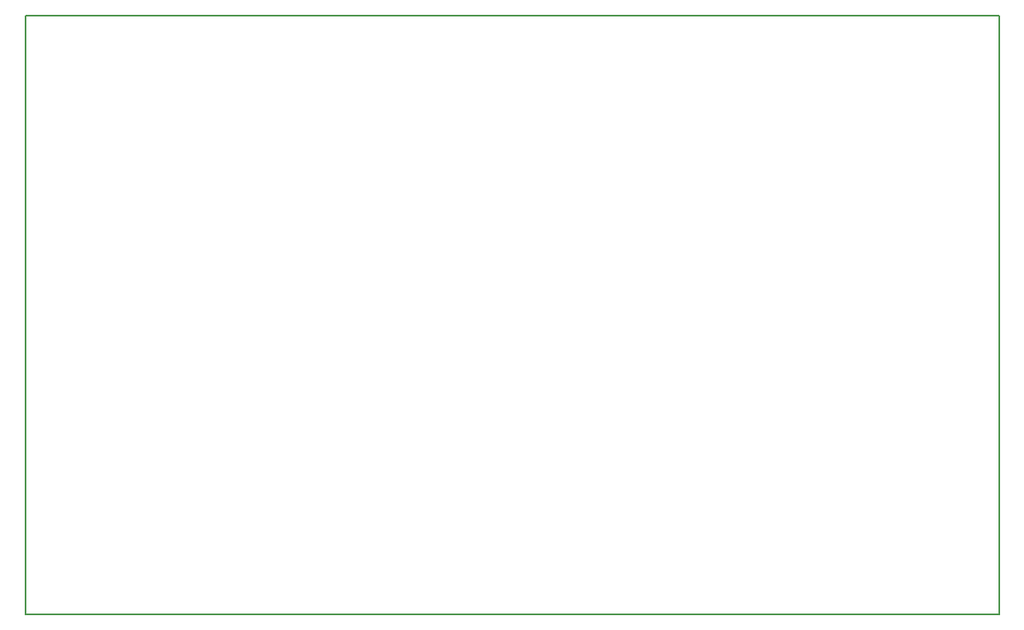
<source format=gbr>
G04 #@! TF.GenerationSoftware,KiCad,Pcbnew,(5.0.1-3-g963ef8bb5)*
G04 #@! TF.CreationDate,2019-01-22T14:46:53-08:00*
G04 #@! TF.ProjectId,inverter,696E7665727465722E6B696361645F70,rev?*
G04 #@! TF.SameCoordinates,Original*
G04 #@! TF.FileFunction,Profile,NP*
%FSLAX46Y46*%
G04 Gerber Fmt 4.6, Leading zero omitted, Abs format (unit mm)*
G04 Created by KiCad (PCBNEW (5.0.1-3-g963ef8bb5)) date Tuesday, January 22, 2019 at 02:46:53 PM*
%MOMM*%
%LPD*%
G01*
G04 APERTURE LIST*
%ADD10C,0.200000*%
G04 APERTURE END LIST*
D10*
X100500000Y-107000000D02*
X100500000Y-45500000D01*
X200500000Y-107000000D02*
X100500000Y-107000000D01*
X200500000Y-45500000D02*
X200500000Y-107000000D01*
X100500000Y-45500000D02*
X200500000Y-45500000D01*
M02*

</source>
